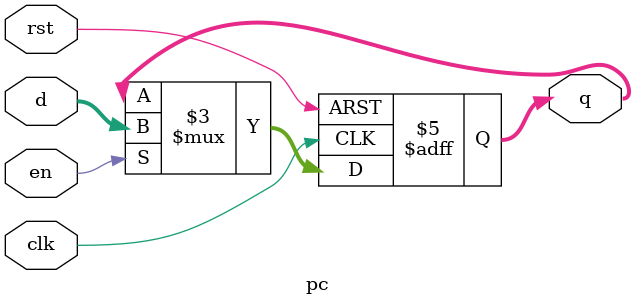
<source format=v>
`timescale 1ns / 1ps


module pc #(parameter WIDTH = 8)(
	input wire clk,rst,en,
	input wire[WIDTH-1:0] d,
	output reg[WIDTH-1:0] q
    );
     initial begin
        q = 32'hbfc00000;
    end
	always @(posedge clk,posedge rst) begin
		if(rst) begin
			q <= 32'hbfc00000;
		end else if(en) begin
			/* code */
			q <= d;
		end
	end
endmodule
</source>
